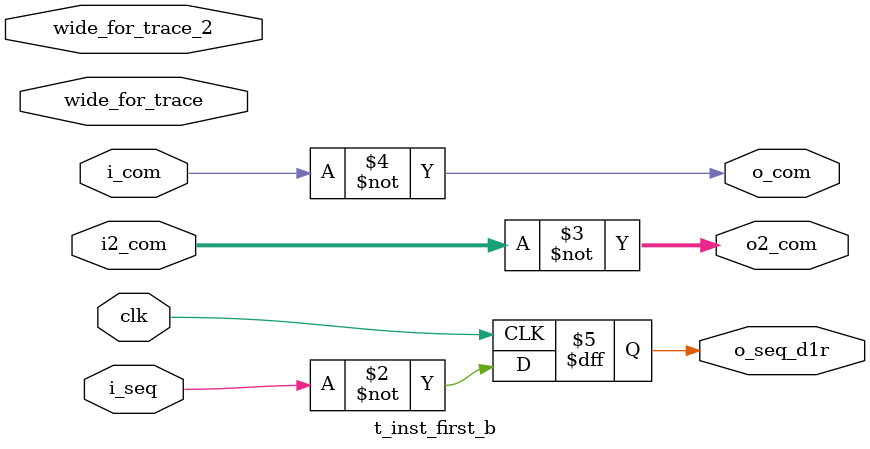
<source format=v>

module t_inst_first_b (/*AUTOARG*/
   // Outputs
   o_seq_d1r, o_com, o2_com,
   // Inputs
   clk, i_seq, i_com, i2_com, wide_for_trace, wide_for_trace_2
   );
   // verilator inline_module

   input clk;

   input        i_seq;
   output       o_seq_d1r;
   input        i_com;
   output       o_com;
   input [1:0]  i2_com;
   output [1:0] o2_com;
   input [127:0] wide_for_trace;
   input [127:0] wide_for_trace_2;

   /*AUTOREG*/
   // Beginning of automatic regs (for this module's undeclared outputs)
   // End of automatics

   reg                  o_seq_d1r;
   always @ (posedge clk) begin
      o_seq_d1r <= ~i_seq;
   end

   wire [1:0] o2_com = ~i2_com;
   wire       o_com = ~i_com;

endmodule

</source>
